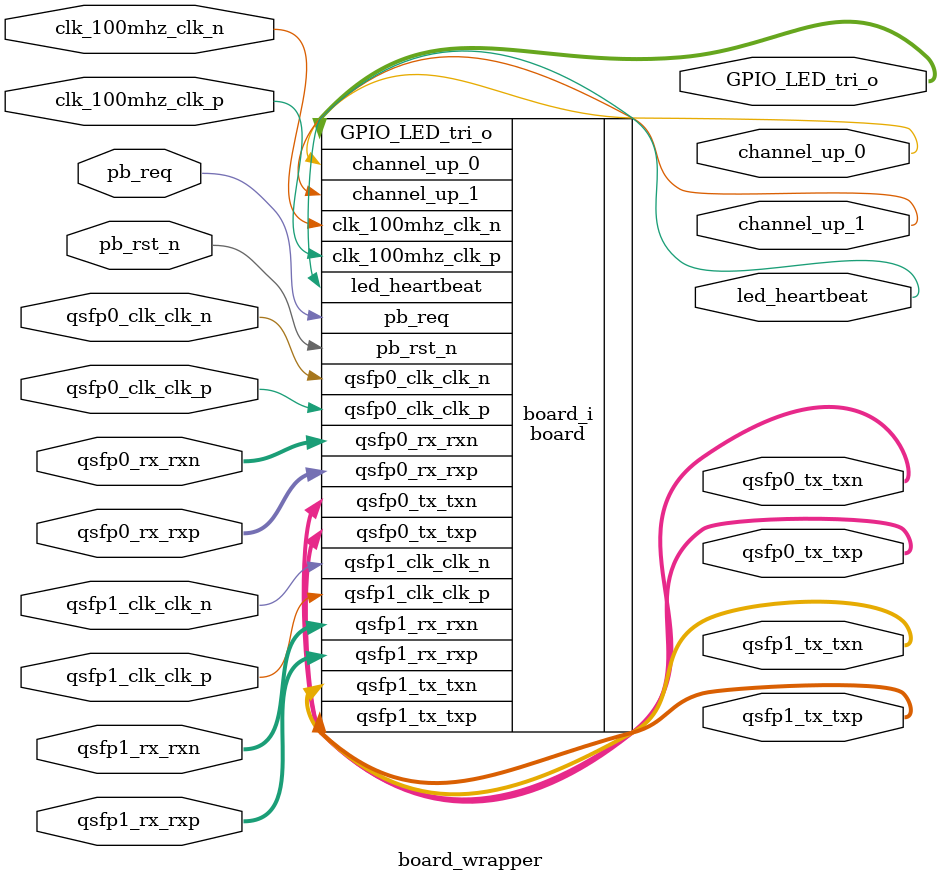
<source format=v>
`timescale 1 ps / 1 ps

module board_wrapper
   (GPIO_LED_tri_o,
    channel_up_0,
    channel_up_1,
    clk_100mhz_clk_n,
    clk_100mhz_clk_p,
    led_heartbeat,
    pb_req,
    pb_rst_n,
    qsfp0_clk_clk_n,
    qsfp0_clk_clk_p,
    qsfp0_rx_rxn,
    qsfp0_rx_rxp,
    qsfp0_tx_txn,
    qsfp0_tx_txp,
    qsfp1_clk_clk_n,
    qsfp1_clk_clk_p,
    qsfp1_rx_rxn,
    qsfp1_rx_rxp,
    qsfp1_tx_txn,
    qsfp1_tx_txp);
  output [3:0]GPIO_LED_tri_o;
  output channel_up_0;
  output channel_up_1;
  input [0:0]clk_100mhz_clk_n;
  input [0:0]clk_100mhz_clk_p;
  output led_heartbeat;
  input pb_req;
  input pb_rst_n;
  input qsfp0_clk_clk_n;
  input qsfp0_clk_clk_p;
  input [0:3]qsfp0_rx_rxn;
  input [0:3]qsfp0_rx_rxp;
  output [0:3]qsfp0_tx_txn;
  output [0:3]qsfp0_tx_txp;
  input qsfp1_clk_clk_n;
  input qsfp1_clk_clk_p;
  input [0:3]qsfp1_rx_rxn;
  input [0:3]qsfp1_rx_rxp;
  output [0:3]qsfp1_tx_txn;
  output [0:3]qsfp1_tx_txp;

  wire [3:0]GPIO_LED_tri_o;
  wire channel_up_0;
  wire channel_up_1;
  wire [0:0]clk_100mhz_clk_n;
  wire [0:0]clk_100mhz_clk_p;
  wire led_heartbeat;
  wire pb_req;
  wire pb_rst_n;
  wire qsfp0_clk_clk_n;
  wire qsfp0_clk_clk_p;
  wire [0:3]qsfp0_rx_rxn;
  wire [0:3]qsfp0_rx_rxp;
  wire [0:3]qsfp0_tx_txn;
  wire [0:3]qsfp0_tx_txp;
  wire qsfp1_clk_clk_n;
  wire qsfp1_clk_clk_p;
  wire [0:3]qsfp1_rx_rxn;
  wire [0:3]qsfp1_rx_rxp;
  wire [0:3]qsfp1_tx_txn;
  wire [0:3]qsfp1_tx_txp;

  board board_i
       (.GPIO_LED_tri_o(GPIO_LED_tri_o),
        .channel_up_0(channel_up_0),
        .channel_up_1(channel_up_1),
        .clk_100mhz_clk_n(clk_100mhz_clk_n),
        .clk_100mhz_clk_p(clk_100mhz_clk_p),
        .led_heartbeat(led_heartbeat),
        .pb_req(pb_req),
        .pb_rst_n(pb_rst_n),
        .qsfp0_clk_clk_n(qsfp0_clk_clk_n),
        .qsfp0_clk_clk_p(qsfp0_clk_clk_p),
        .qsfp0_rx_rxn(qsfp0_rx_rxn),
        .qsfp0_rx_rxp(qsfp0_rx_rxp),
        .qsfp0_tx_txn(qsfp0_tx_txn),
        .qsfp0_tx_txp(qsfp0_tx_txp),
        .qsfp1_clk_clk_n(qsfp1_clk_clk_n),
        .qsfp1_clk_clk_p(qsfp1_clk_clk_p),
        .qsfp1_rx_rxn(qsfp1_rx_rxn),
        .qsfp1_rx_rxp(qsfp1_rx_rxp),
        .qsfp1_tx_txn(qsfp1_tx_txn),
        .qsfp1_tx_txp(qsfp1_tx_txp));
endmodule

</source>
